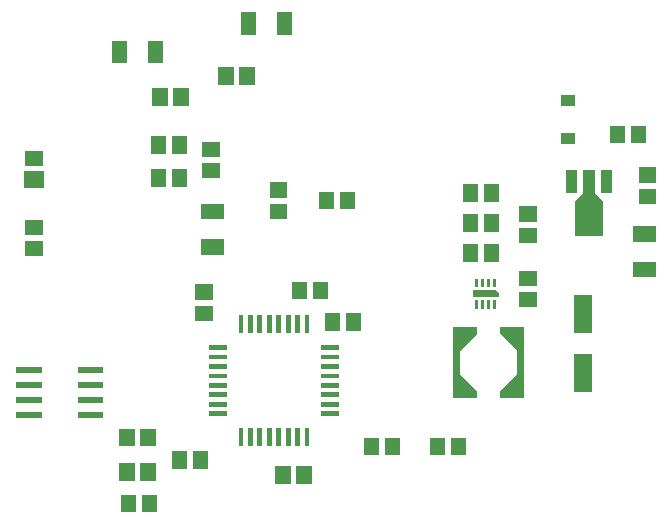
<source format=gbr>
G04 start of page 9 for group -4015 idx -4015 *
G04 Title: (unknown), toppaste *
G04 Creator: pcb 20110918 *
G04 CreationDate: Tue 09 Apr 2013 01:29:24 AM GMT UTC *
G04 For: railfan *
G04 Format: Gerber/RS-274X *
G04 PCB-Dimensions: 225000 175000 *
G04 PCB-Coordinate-Origin: lower left *
%MOIN*%
%FSLAX25Y25*%
%LNTOPPASTE*%
%ADD113R,0.0142X0.0142*%
%ADD112R,0.0240X0.0240*%
%ADD111R,0.0098X0.0098*%
%ADD110R,0.0945X0.0945*%
%ADD109R,0.0378X0.0378*%
%ADD108R,0.0630X0.0630*%
%ADD107R,0.0360X0.0360*%
%ADD106R,0.0157X0.0157*%
%ADD105R,0.0200X0.0200*%
%ADD104R,0.0562X0.0562*%
%ADD103C,0.0001*%
%ADD102R,0.0230X0.0230*%
%ADD101R,0.0512X0.0512*%
G54D101*X67150Y71457D02*X67936D01*
X67150Y78543D02*X67936D01*
G54D102*X173243Y65700D02*Y44300D01*
X167643Y65700D02*X173243D01*
X167643Y44300D02*X173243D01*
X151843Y65700D02*Y44300D01*
Y65700D02*X157443D01*
X151843Y44300D02*X157443D01*
G54D103*G36*
X168620Y66671D02*X174214Y61077D01*
X172093Y58956D01*
X166499Y64550D01*
X168620Y66671D01*
G37*
G36*
X166499Y45450D02*X172093Y51044D01*
X174214Y48923D01*
X168620Y43329D01*
X166499Y45450D01*
G37*
G36*
X150872Y61077D02*X156466Y66671D01*
X158587Y64550D01*
X152993Y58956D01*
X150872Y61077D01*
G37*
G36*
X152993Y51044D02*X158587Y45450D01*
X156466Y43329D01*
X150872Y48923D01*
X152993Y51044D01*
G37*
G36*
X170293Y66350D02*Y62750D01*
X173893D01*
Y66350D01*
X170293D01*
G37*
G36*
Y47250D02*Y43650D01*
X173893D01*
Y47250D01*
X170293D01*
G37*
G36*
X151193Y66350D02*Y62750D01*
X154793D01*
Y66350D01*
X151193D01*
G37*
G36*
Y47250D02*Y43650D01*
X154793D01*
Y47250D01*
X151193D01*
G37*
G54D101*X123414Y27393D02*Y26607D01*
X130500Y27393D02*Y26607D01*
G54D104*X10607Y115914D02*X11393D01*
G54D101*X10607Y123000D02*X11393D01*
X10607Y100043D02*X11393D01*
X10607Y92957D02*X11393D01*
X156500Y111893D02*Y111107D01*
X163586Y111893D02*Y111107D01*
X152543Y27393D02*Y26607D01*
X145457Y27393D02*Y26607D01*
X156457Y101893D02*Y101107D01*
X163543Y101893D02*Y101107D01*
X59457Y22893D02*Y22107D01*
X66543Y22893D02*Y22107D01*
G54D105*X26500Y37500D02*X33000D01*
X26500Y42500D02*X33000D01*
X26500Y47500D02*X33000D01*
X26500Y52500D02*X33000D01*
X6000D02*X12500D01*
X6000Y47500D02*X12500D01*
X6000Y42500D02*X12500D01*
X6000Y37500D02*X12500D01*
G54D101*X69319Y93595D02*X71681D01*
X69319Y105405D02*X71681D01*
X60043Y143893D02*Y143107D01*
X52957Y143893D02*Y143107D01*
X52414Y116893D02*Y116107D01*
X59500Y116893D02*Y116107D01*
X82595Y169181D02*Y166819D01*
X94405Y169181D02*Y166819D01*
X69607Y118957D02*X70393D01*
X69607Y126043D02*X70393D01*
X108457Y109393D02*Y108607D01*
X115543Y109393D02*Y108607D01*
X92107Y105414D02*X92893D01*
X92107Y112500D02*X92893D01*
X213319Y86095D02*X215681D01*
X213319Y97905D02*X215681D01*
X215107Y110457D02*X215893D01*
X215107Y117543D02*X215893D01*
X51405Y159681D02*Y157319D01*
X39595Y159681D02*Y157319D01*
G54D106*X79977Y32434D02*Y28008D01*
X83126Y32434D02*Y28008D01*
X86276Y32434D02*Y28008D01*
X89425Y32434D02*Y28008D01*
X92575Y32434D02*Y28008D01*
X95725Y32434D02*Y28008D01*
X98874Y32434D02*Y28008D01*
X102024Y32434D02*Y28008D01*
X107566Y37977D02*X111992D01*
X107566Y41126D02*X111992D01*
X107566Y44276D02*X111992D01*
X107566Y47425D02*X111992D01*
X107566Y50575D02*X111992D01*
X107566Y53725D02*X111992D01*
X107566Y56874D02*X111992D01*
X107566Y60024D02*X111992D01*
X102023Y69992D02*Y65566D01*
X98874Y69992D02*Y65566D01*
X95724Y69992D02*Y65566D01*
X92575Y69992D02*Y65566D01*
X89425Y69992D02*Y65566D01*
X86275Y69992D02*Y65566D01*
X83126Y69992D02*Y65566D01*
X79976Y69992D02*Y65566D01*
X70008Y60023D02*X74434D01*
X70008Y56874D02*X74434D01*
X70008Y53724D02*X74434D01*
X70008Y50575D02*X74434D01*
X70008Y47425D02*X74434D01*
X70008Y44275D02*X74434D01*
X70008Y41126D02*X74434D01*
X70008Y37976D02*X74434D01*
G54D107*X188400Y129600D02*X189600D01*
X188400Y142500D02*X189600D01*
G54D101*X52414Y127893D02*Y127107D01*
X59500Y127893D02*Y127107D01*
G54D108*X194000Y54807D02*Y48508D01*
Y74492D02*Y68193D01*
G54D109*X201906Y117405D02*Y113311D01*
X196000Y117405D02*Y105595D01*
G54D110*Y103861D02*Y101971D01*
G54D103*G36*
X197885Y111426D02*X200725Y108586D01*
X199305Y107166D01*
X196465Y110006D01*
X197885Y111426D01*
G37*
G36*
X191275Y108586D02*X194115Y111426D01*
X195535Y110006D01*
X192695Y107166D01*
X191275Y108586D01*
G37*
G54D109*X190094Y117405D02*Y113311D01*
G54D101*X163586Y91893D02*Y91107D01*
X156500Y91893D02*Y91107D01*
X175150Y75957D02*X175936D01*
X175150Y83043D02*X175936D01*
X175150Y97457D02*X175936D01*
X175150Y104543D02*X175936D01*
G54D111*X164488Y82528D02*Y80756D01*
X162519Y82528D02*Y80756D01*
X160551Y82528D02*Y80756D01*
X158582Y82528D02*Y80756D01*
Y75244D02*Y73472D01*
X160551Y75244D02*Y73472D01*
X162519Y75244D02*Y73472D01*
X164488Y75244D02*Y73472D01*
G54D112*X158405Y78000D02*X163681D01*
G54D113*X157913Y77508D02*X165157D01*
G54D103*G36*
X163797Y78117D02*X164881Y79201D01*
X165865Y78217D01*
X164781Y77133D01*
X163797Y78117D01*
G37*
G54D101*X99457Y79393D02*Y78607D01*
X106543Y79393D02*Y78607D01*
X110457Y68893D02*Y68107D01*
X117543Y68893D02*Y68107D01*
X101043Y17893D02*Y17107D01*
X93957Y17893D02*Y17107D01*
X49543Y8393D02*Y7607D01*
X42457Y8393D02*Y7607D01*
X49043Y30393D02*Y29607D01*
X41957Y30393D02*Y29607D01*
X49043Y18893D02*Y18107D01*
X41957Y18893D02*Y18107D01*
X74957Y150893D02*Y150107D01*
X82043Y150893D02*Y150107D01*
X212543Y131393D02*Y130607D01*
X205457Y131393D02*Y130607D01*
M02*

</source>
